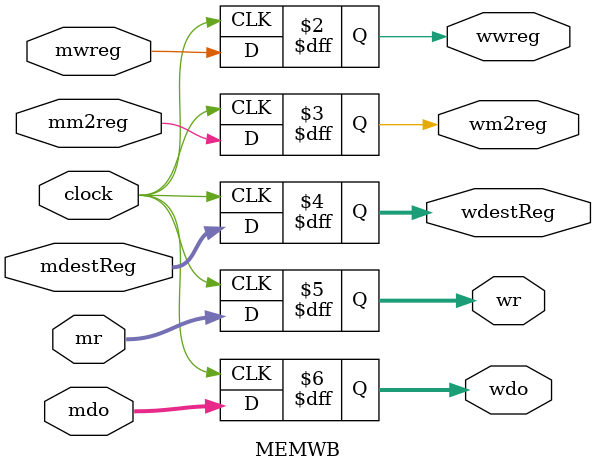
<source format=v>
`timescale 1ns / 1ps


module MEMWB(
    input mwreg, // input mwreg
    input mm2reg, // input mm2reg
    input [4:0] mdestReg, // input mdestReg, 5 bits
    input [31:0] mr, // input mr, 32 bits
    input [31:0] mdo, // input mdo, 32 bits
    input clock, // clock input
    
    output reg wwreg, // output wwreg
    output reg wm2reg, // output wm2reg
    output reg [4:0] wdestReg, // output wdestReg, 5 bits
    output reg [31:0] wr, // output wr, 32 bits
    output reg [31:0] wdo // output wdo, 32 bits
);
    
    always @(posedge clock)
    begin
        wwreg <= mwreg;
        wm2reg <= mm2reg;
        wdestReg <= mdestReg;
        wr <= mr;
        wdo <= mdo;
    end
    
endmodule

</source>
